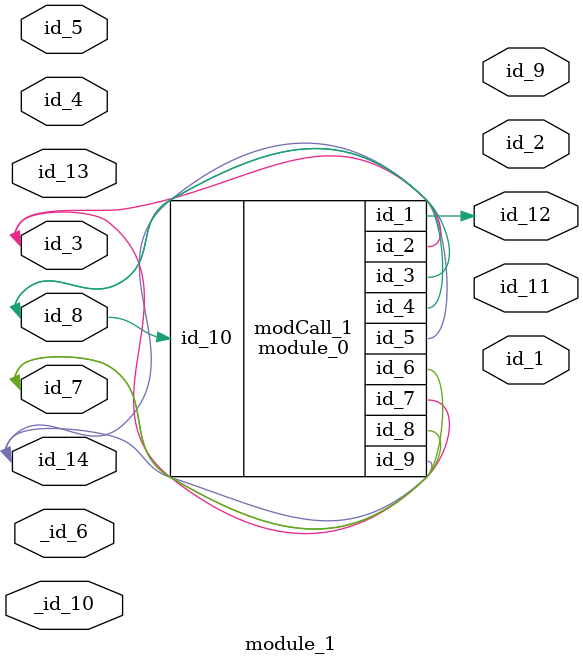
<source format=v>
module module_0 (
    id_1,
    id_2,
    id_3,
    id_4,
    id_5,
    id_6,
    id_7,
    id_8,
    id_9,
    id_10
);
  input wire id_10;
  inout wire id_9;
  inout wire id_8;
  assign module_1.id_6 = 0;
  output wire id_7;
  output wire id_6;
  inout wire id_5;
  output wire id_4;
  output wire id_3;
  inout wire id_2;
  output wire id_1;
  wire id_11;
endmodule
module module_1 #(
    parameter id_10 = 32'd8,
    parameter id_6  = 32'd87
) (
    id_1,
    id_2,
    id_3,
    id_4,
    id_5,
    _id_6,
    id_7,
    id_8,
    id_9,
    _id_10,
    id_11,
    id_12,
    id_13,
    id_14
);
  inout wire id_14;
  input wire id_13;
  module_0 modCall_1 (
      id_12,
      id_3,
      id_8,
      id_8,
      id_14,
      id_7,
      id_3,
      id_7,
      id_14,
      id_8
  );
  output wire id_12;
  output wire id_11;
  inout wire _id_10;
  output wire id_9;
  inout wire id_8;
  inout wire id_7;
  inout wire _id_6;
  input wire id_5;
  input wire id_4;
  inout wire id_3;
  output wire id_2;
  output wire id_1;
  wire [id_6 : id_10] id_15;
  localparam id_16 = (1 - 1);
endmodule

</source>
